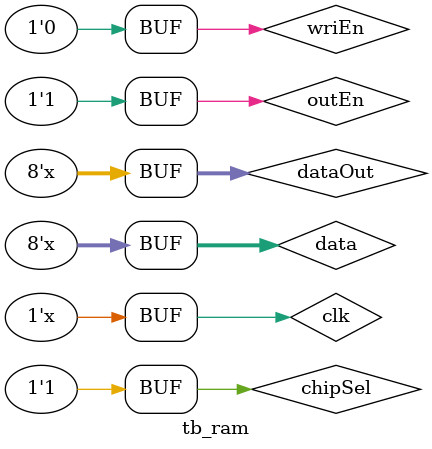
<source format=v>
module tb_ram();

reg clk;
reg [7:0] addr;
reg chipSel;
reg wriEn;
reg outEn;
wire [7:0]data; 

ram #(8,9,512)
ram_inst(
    .clk(clk),
    .addr(addr),
    .chipSel(chipSel),
    .wriEn(wriEn),
    .outEn(outEn),
    .data(data)
);

//internals
reg [7:0] dataIn;
reg [7:0] dataOut;

//behavior
initial
    clk=0;
always @(clk)
    clk <= #10 ~clk;

assign data = (wriEn)? dataIn:8'bz;

initial begin
dataOut <= 8'bz;
addr <= 0;
chipSel <= 1;
wriEn <= 0;
outEn <= 1;
end

integer count;
initial 
    count =0;
always @(posedge clk) begin
    addr <= count;
    $display("DATA: %d",data);
    count = count +1;
end

endmodule

</source>
